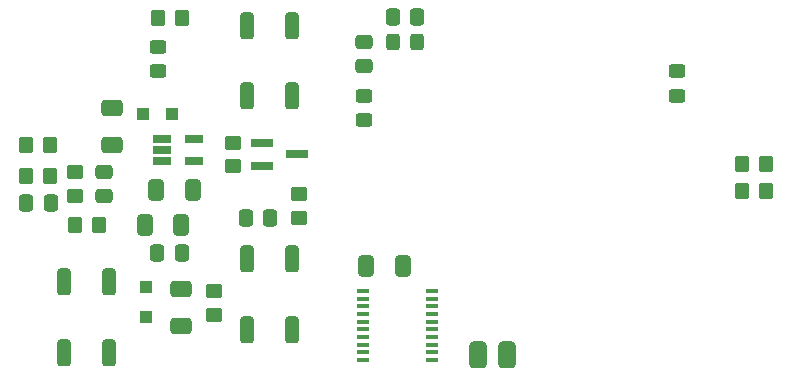
<source format=gbp>
G04 #@! TF.GenerationSoftware,KiCad,Pcbnew,6.99.0-unknown-58b8d63ff8~148~ubuntu20.04.1*
G04 #@! TF.CreationDate,2022-03-11T11:46:21+05:30*
G04 #@! TF.ProjectId,espc3-vario,65737063-332d-4766-9172-696f2e6b6963,rev?*
G04 #@! TF.SameCoordinates,Original*
G04 #@! TF.FileFunction,Paste,Bot*
G04 #@! TF.FilePolarity,Positive*
%FSLAX46Y46*%
G04 Gerber Fmt 4.6, Leading zero omitted, Abs format (unit mm)*
G04 Created by KiCad (PCBNEW 6.99.0-unknown-58b8d63ff8~148~ubuntu20.04.1) date 2022-03-11 11:46:21*
%MOMM*%
%LPD*%
G01*
G04 APERTURE LIST*
G04 Aperture macros list*
%AMRoundRect*
0 Rectangle with rounded corners*
0 $1 Rounding radius*
0 $2 $3 $4 $5 $6 $7 $8 $9 X,Y pos of 4 corners*
0 Add a 4 corners polygon primitive as box body*
4,1,4,$2,$3,$4,$5,$6,$7,$8,$9,$2,$3,0*
0 Add four circle primitives for the rounded corners*
1,1,$1+$1,$2,$3*
1,1,$1+$1,$4,$5*
1,1,$1+$1,$6,$7*
1,1,$1+$1,$8,$9*
0 Add four rect primitives between the rounded corners*
20,1,$1+$1,$2,$3,$4,$5,0*
20,1,$1+$1,$4,$5,$6,$7,0*
20,1,$1+$1,$6,$7,$8,$9,0*
20,1,$1+$1,$8,$9,$2,$3,0*%
G04 Aperture macros list end*
%ADD10RoundRect,0.300000X0.300000X-0.843000X0.300000X0.843000X-0.300000X0.843000X-0.300000X-0.843000X0*%
%ADD11RoundRect,0.300000X-0.300000X0.843000X-0.300000X-0.843000X0.300000X-0.843000X0.300000X0.843000X0*%
%ADD12RoundRect,0.250000X0.412500X0.650000X-0.412500X0.650000X-0.412500X-0.650000X0.412500X-0.650000X0*%
%ADD13R,1.000000X1.000000*%
%ADD14RoundRect,0.250000X0.450000X-0.325000X0.450000X0.325000X-0.450000X0.325000X-0.450000X-0.325000X0*%
%ADD15RoundRect,0.250000X-0.650000X0.412500X-0.650000X-0.412500X0.650000X-0.412500X0.650000X0.412500X0*%
%ADD16RoundRect,0.250000X-0.325000X-0.450000X0.325000X-0.450000X0.325000X0.450000X-0.325000X0.450000X0*%
%ADD17RoundRect,0.250000X0.650000X-0.412500X0.650000X0.412500X-0.650000X0.412500X-0.650000X-0.412500X0*%
%ADD18RoundRect,0.250000X-0.337500X-0.475000X0.337500X-0.475000X0.337500X0.475000X-0.337500X0.475000X0*%
%ADD19RoundRect,0.250000X-0.350000X-0.450000X0.350000X-0.450000X0.350000X0.450000X-0.350000X0.450000X0*%
%ADD20RoundRect,0.250000X0.450000X-0.350000X0.450000X0.350000X-0.450000X0.350000X-0.450000X-0.350000X0*%
%ADD21RoundRect,0.250000X0.337500X0.475000X-0.337500X0.475000X-0.337500X-0.475000X0.337500X-0.475000X0*%
%ADD22R,1.000000X0.400000*%
%ADD23RoundRect,0.250000X-0.450000X0.350000X-0.450000X-0.350000X0.450000X-0.350000X0.450000X0.350000X0*%
%ADD24RoundRect,0.250000X-0.475000X0.337500X-0.475000X-0.337500X0.475000X-0.337500X0.475000X0.337500X0*%
%ADD25R,1.560000X0.650000*%
%ADD26RoundRect,0.250000X0.350000X0.450000X-0.350000X0.450000X-0.350000X-0.450000X0.350000X-0.450000X0*%
%ADD27R,1.900000X0.800000*%
%ADD28RoundRect,0.250000X-0.450000X0.325000X-0.450000X-0.325000X0.450000X-0.325000X0.450000X0.325000X0*%
%ADD29RoundRect,0.381000X-0.381000X0.762000X-0.381000X-0.762000X0.381000X-0.762000X0.381000X0.762000X0*%
G04 APERTURE END LIST*
D10*
X106850000Y-117850000D03*
X106850000Y-111850000D03*
X103050000Y-117850000D03*
X103050000Y-111850000D03*
D11*
X118600000Y-109900000D03*
X118600000Y-115900000D03*
X122400000Y-109900000D03*
X122400000Y-115900000D03*
D12*
X113962500Y-104000000D03*
X110837500Y-104000000D03*
D13*
X109749999Y-97549999D03*
X112249999Y-97549999D03*
D14*
X128500000Y-98125000D03*
X128500000Y-96075000D03*
D12*
X113012500Y-107000000D03*
X109887500Y-107000000D03*
D15*
X113000000Y-112437500D03*
X113000000Y-115562500D03*
D16*
X130925000Y-91500000D03*
X132975000Y-91500000D03*
D17*
X107100000Y-100212500D03*
X107100000Y-97087500D03*
D18*
X118462500Y-106350000D03*
X120537500Y-106350000D03*
D19*
X160500000Y-104100000D03*
X162500000Y-104100000D03*
D20*
X117350000Y-102000000D03*
X117350000Y-100000000D03*
X123000000Y-106350000D03*
X123000000Y-104350000D03*
D21*
X132987500Y-89400000D03*
X130912500Y-89400000D03*
D22*
X128399999Y-118424999D03*
X128399999Y-117774999D03*
X128399999Y-117124999D03*
X128399999Y-116474999D03*
X128399999Y-115824999D03*
X128399999Y-115174999D03*
X128399999Y-114524999D03*
X128399999Y-113874999D03*
X128399999Y-113224999D03*
X128399999Y-112574999D03*
X134199999Y-112574999D03*
X134199999Y-113224999D03*
X134199999Y-113874999D03*
X134199999Y-114524999D03*
X134199999Y-115174999D03*
X134199999Y-115824999D03*
X134199999Y-116474999D03*
X134199999Y-117124999D03*
X134199999Y-117774999D03*
X134199999Y-118424999D03*
D19*
X104000000Y-107000000D03*
X106000000Y-107000000D03*
D10*
X122400000Y-96100000D03*
X122400000Y-90100000D03*
X118600000Y-96100000D03*
X118600000Y-90100000D03*
D23*
X104000000Y-102500000D03*
X104000000Y-104500000D03*
D24*
X106500000Y-102462500D03*
X106500000Y-104537500D03*
X128500000Y-91462500D03*
X128500000Y-93537500D03*
D19*
X160500000Y-101850000D03*
X162500000Y-101850000D03*
D13*
X109999999Y-114749999D03*
X109999999Y-112249999D03*
D25*
X111349999Y-101599999D03*
X111349999Y-100649999D03*
X111349999Y-99699999D03*
X114049999Y-99699999D03*
X114049999Y-101599999D03*
D23*
X115800000Y-112600000D03*
X115800000Y-114600000D03*
D21*
X113037500Y-109350000D03*
X110962500Y-109350000D03*
D26*
X101850000Y-100250000D03*
X99850000Y-100250000D03*
D12*
X131762500Y-110450000D03*
X128637500Y-110450000D03*
D27*
X119799999Y-101949999D03*
X119799999Y-100049999D03*
X122799999Y-100999999D03*
D18*
X99862500Y-105100000D03*
X101937500Y-105100000D03*
D19*
X99850000Y-102850000D03*
X101850000Y-102850000D03*
D14*
X111000000Y-93975000D03*
X111000000Y-91925000D03*
D28*
X155000000Y-93975000D03*
X155000000Y-96025000D03*
D29*
X138150000Y-117950000D03*
X140550000Y-117950000D03*
D19*
X111050000Y-89500000D03*
X113050000Y-89500000D03*
M02*

</source>
